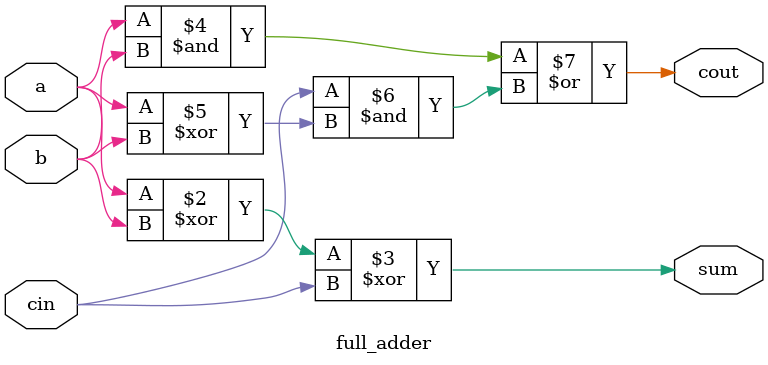
<source format=sv>
/*
Problema 02 - Full Adder
Cristovão Pessoa Cândido Neto - 121110199
Fazendo pela expressao logica do carry-out e sum bit a bit
*/
parameter NUM_OF_BITS=8;
module bits_adder(
  input signed [NUM_OF_BITS-1:0] num1, num2,
  input logic carry_in,
  output signed [NUM_OF_BITS-1:0] sum,
  output logic carry_out
);

  wire[NUM_OF_BITS-1:0] intermediate_sum;
  wire[NUM_OF_BITS-1:0] carry;
  full_adder fa0(num1[0], num2[0], carry_in, intermediate_sum[0], carry[0]);
  full_adder fa1(num1[1], num2[1], carry[0], intermediate_sum[1], carry[1]);
  full_adder fa2(num1[2], num2[2], carry[1], intermediate_sum[2], carry[2]);
  full_adder fa3(num1[3], num2[3], carry[2], intermediate_sum[3], carry[3]);
  full_adder fa4(num1[4], num2[4], carry[3], intermediate_sum[4], carry[4]);
  full_adder fa5(num1[5], num2[5], carry[4], intermediate_sum[5], carry[5]);
  full_adder fa6(num1[6], num2[6], carry[5], intermediate_sum[6], carry[6]);
  full_adder fa7(num1[7], num2[7], carry[6], intermediate_sum[7], carry[7]);

  assign sum = intermediate_sum;
  assign carry_out = carry[7];
  
endmodule

module full_adder (
  input logic a, b, cin,
  output logic sum, cout
);
  
  always_comb begin
  	sum <= a ^ b ^ cin;
    cout <= (a & b) | (cin & (a ^ b));
  end
  
endmodule

</source>
